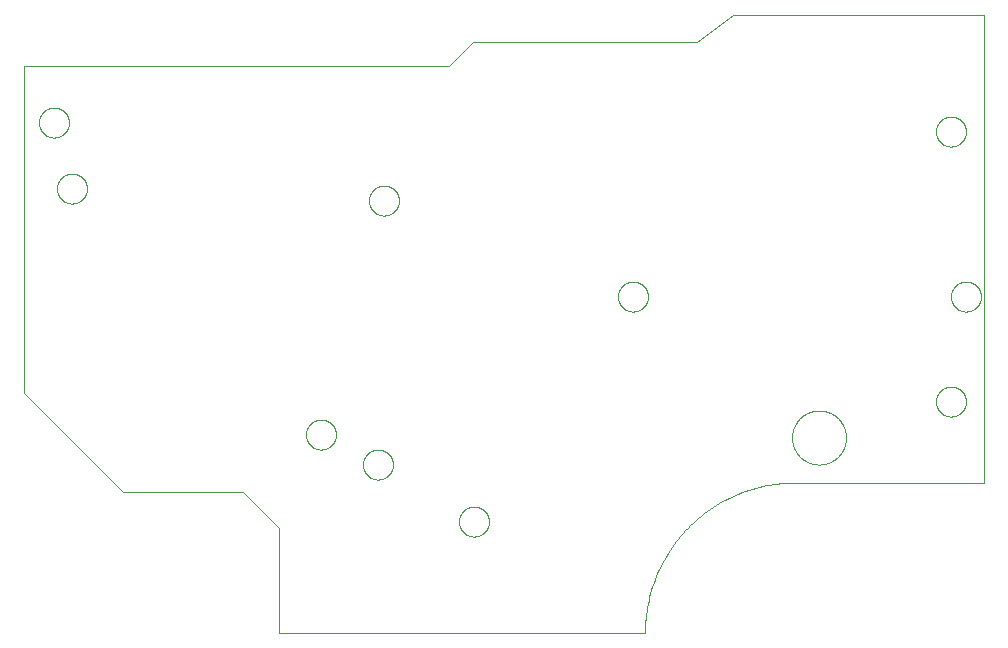
<source format=gko>
G75*
%MOIN*%
%OFA0B0*%
%FSLAX25Y25*%
%IPPOS*%
%LPD*%
%AMOC8*
5,1,8,0,0,1.08239X$1,22.5*
%
%ADD10C,0.00000*%
D10*
X0037824Y0050942D02*
X0077824Y0050942D01*
X0089824Y0038942D01*
X0089824Y0003942D01*
X0211824Y0003942D01*
X0211839Y0005150D01*
X0211882Y0006358D01*
X0211955Y0007564D01*
X0212057Y0008768D01*
X0212189Y0009969D01*
X0212349Y0011166D01*
X0212538Y0012360D01*
X0212755Y0013548D01*
X0213002Y0014731D01*
X0213277Y0015908D01*
X0213580Y0017077D01*
X0213912Y0018239D01*
X0214271Y0019393D01*
X0214658Y0020537D01*
X0215073Y0021672D01*
X0215515Y0022797D01*
X0215984Y0023910D01*
X0216480Y0025012D01*
X0217003Y0026102D01*
X0217551Y0027178D01*
X0218126Y0028241D01*
X0218726Y0029290D01*
X0219351Y0030324D01*
X0220000Y0031343D01*
X0220675Y0032345D01*
X0221373Y0033331D01*
X0222095Y0034300D01*
X0222840Y0035251D01*
X0223608Y0036184D01*
X0224398Y0037098D01*
X0225211Y0037993D01*
X0226044Y0038868D01*
X0226898Y0039722D01*
X0227773Y0040555D01*
X0228668Y0041368D01*
X0229582Y0042158D01*
X0230515Y0042926D01*
X0231466Y0043671D01*
X0232435Y0044393D01*
X0233421Y0045091D01*
X0234423Y0045766D01*
X0235442Y0046415D01*
X0236476Y0047040D01*
X0237525Y0047640D01*
X0238588Y0048215D01*
X0239664Y0048763D01*
X0240754Y0049286D01*
X0241856Y0049782D01*
X0242969Y0050251D01*
X0244094Y0050693D01*
X0245229Y0051108D01*
X0246373Y0051495D01*
X0247527Y0051854D01*
X0248689Y0052186D01*
X0249858Y0052489D01*
X0251035Y0052764D01*
X0252218Y0053011D01*
X0253406Y0053228D01*
X0254600Y0053417D01*
X0255797Y0053577D01*
X0256998Y0053709D01*
X0258202Y0053811D01*
X0259408Y0053884D01*
X0260616Y0053927D01*
X0261824Y0053942D01*
X0324824Y0053942D01*
X0324824Y0209690D01*
X0241044Y0209690D01*
X0229233Y0200793D01*
X0154430Y0200793D01*
X0146556Y0192919D01*
X0004824Y0192919D01*
X0004824Y0083942D01*
X0037824Y0050942D01*
X0098824Y0069942D02*
X0098826Y0070083D01*
X0098832Y0070224D01*
X0098842Y0070364D01*
X0098856Y0070504D01*
X0098874Y0070644D01*
X0098895Y0070783D01*
X0098921Y0070922D01*
X0098950Y0071060D01*
X0098984Y0071196D01*
X0099021Y0071332D01*
X0099062Y0071467D01*
X0099107Y0071601D01*
X0099156Y0071733D01*
X0099208Y0071864D01*
X0099264Y0071993D01*
X0099324Y0072120D01*
X0099387Y0072246D01*
X0099453Y0072370D01*
X0099524Y0072493D01*
X0099597Y0072613D01*
X0099674Y0072731D01*
X0099754Y0072847D01*
X0099838Y0072960D01*
X0099924Y0073071D01*
X0100014Y0073180D01*
X0100107Y0073286D01*
X0100202Y0073389D01*
X0100301Y0073490D01*
X0100402Y0073588D01*
X0100506Y0073683D01*
X0100613Y0073775D01*
X0100722Y0073864D01*
X0100834Y0073949D01*
X0100948Y0074032D01*
X0101064Y0074112D01*
X0101183Y0074188D01*
X0101304Y0074260D01*
X0101426Y0074330D01*
X0101551Y0074395D01*
X0101677Y0074458D01*
X0101805Y0074516D01*
X0101935Y0074571D01*
X0102066Y0074623D01*
X0102199Y0074670D01*
X0102333Y0074714D01*
X0102468Y0074755D01*
X0102604Y0074791D01*
X0102741Y0074823D01*
X0102879Y0074852D01*
X0103017Y0074877D01*
X0103157Y0074897D01*
X0103297Y0074914D01*
X0103437Y0074927D01*
X0103578Y0074936D01*
X0103718Y0074941D01*
X0103859Y0074942D01*
X0104000Y0074939D01*
X0104141Y0074932D01*
X0104281Y0074921D01*
X0104421Y0074906D01*
X0104561Y0074887D01*
X0104700Y0074865D01*
X0104838Y0074838D01*
X0104976Y0074808D01*
X0105112Y0074773D01*
X0105248Y0074735D01*
X0105382Y0074693D01*
X0105516Y0074647D01*
X0105648Y0074598D01*
X0105778Y0074544D01*
X0105907Y0074487D01*
X0106034Y0074427D01*
X0106160Y0074363D01*
X0106283Y0074295D01*
X0106405Y0074224D01*
X0106525Y0074150D01*
X0106642Y0074072D01*
X0106757Y0073991D01*
X0106870Y0073907D01*
X0106981Y0073820D01*
X0107089Y0073729D01*
X0107194Y0073636D01*
X0107297Y0073539D01*
X0107397Y0073440D01*
X0107494Y0073338D01*
X0107588Y0073233D01*
X0107679Y0073126D01*
X0107767Y0073016D01*
X0107852Y0072904D01*
X0107934Y0072789D01*
X0108013Y0072672D01*
X0108088Y0072553D01*
X0108160Y0072432D01*
X0108228Y0072309D01*
X0108293Y0072184D01*
X0108355Y0072057D01*
X0108412Y0071928D01*
X0108467Y0071798D01*
X0108517Y0071667D01*
X0108564Y0071534D01*
X0108607Y0071400D01*
X0108646Y0071264D01*
X0108681Y0071128D01*
X0108713Y0070991D01*
X0108740Y0070853D01*
X0108764Y0070714D01*
X0108784Y0070574D01*
X0108800Y0070434D01*
X0108812Y0070294D01*
X0108820Y0070153D01*
X0108824Y0070012D01*
X0108824Y0069872D01*
X0108820Y0069731D01*
X0108812Y0069590D01*
X0108800Y0069450D01*
X0108784Y0069310D01*
X0108764Y0069170D01*
X0108740Y0069031D01*
X0108713Y0068893D01*
X0108681Y0068756D01*
X0108646Y0068620D01*
X0108607Y0068484D01*
X0108564Y0068350D01*
X0108517Y0068217D01*
X0108467Y0068086D01*
X0108412Y0067956D01*
X0108355Y0067827D01*
X0108293Y0067700D01*
X0108228Y0067575D01*
X0108160Y0067452D01*
X0108088Y0067331D01*
X0108013Y0067212D01*
X0107934Y0067095D01*
X0107852Y0066980D01*
X0107767Y0066868D01*
X0107679Y0066758D01*
X0107588Y0066651D01*
X0107494Y0066546D01*
X0107397Y0066444D01*
X0107297Y0066345D01*
X0107194Y0066248D01*
X0107089Y0066155D01*
X0106981Y0066064D01*
X0106870Y0065977D01*
X0106757Y0065893D01*
X0106642Y0065812D01*
X0106525Y0065734D01*
X0106405Y0065660D01*
X0106283Y0065589D01*
X0106160Y0065521D01*
X0106034Y0065457D01*
X0105907Y0065397D01*
X0105778Y0065340D01*
X0105648Y0065286D01*
X0105516Y0065237D01*
X0105382Y0065191D01*
X0105248Y0065149D01*
X0105112Y0065111D01*
X0104976Y0065076D01*
X0104838Y0065046D01*
X0104700Y0065019D01*
X0104561Y0064997D01*
X0104421Y0064978D01*
X0104281Y0064963D01*
X0104141Y0064952D01*
X0104000Y0064945D01*
X0103859Y0064942D01*
X0103718Y0064943D01*
X0103578Y0064948D01*
X0103437Y0064957D01*
X0103297Y0064970D01*
X0103157Y0064987D01*
X0103017Y0065007D01*
X0102879Y0065032D01*
X0102741Y0065061D01*
X0102604Y0065093D01*
X0102468Y0065129D01*
X0102333Y0065170D01*
X0102199Y0065214D01*
X0102066Y0065261D01*
X0101935Y0065313D01*
X0101805Y0065368D01*
X0101677Y0065426D01*
X0101551Y0065489D01*
X0101426Y0065554D01*
X0101304Y0065624D01*
X0101183Y0065696D01*
X0101064Y0065772D01*
X0100948Y0065852D01*
X0100834Y0065935D01*
X0100722Y0066020D01*
X0100613Y0066109D01*
X0100506Y0066201D01*
X0100402Y0066296D01*
X0100301Y0066394D01*
X0100202Y0066495D01*
X0100107Y0066598D01*
X0100014Y0066704D01*
X0099924Y0066813D01*
X0099838Y0066924D01*
X0099754Y0067037D01*
X0099674Y0067153D01*
X0099597Y0067271D01*
X0099524Y0067391D01*
X0099453Y0067514D01*
X0099387Y0067638D01*
X0099324Y0067764D01*
X0099264Y0067891D01*
X0099208Y0068020D01*
X0099156Y0068151D01*
X0099107Y0068283D01*
X0099062Y0068417D01*
X0099021Y0068552D01*
X0098984Y0068688D01*
X0098950Y0068824D01*
X0098921Y0068962D01*
X0098895Y0069101D01*
X0098874Y0069240D01*
X0098856Y0069380D01*
X0098842Y0069520D01*
X0098832Y0069660D01*
X0098826Y0069801D01*
X0098824Y0069942D01*
X0117824Y0059942D02*
X0117826Y0060083D01*
X0117832Y0060224D01*
X0117842Y0060364D01*
X0117856Y0060504D01*
X0117874Y0060644D01*
X0117895Y0060783D01*
X0117921Y0060922D01*
X0117950Y0061060D01*
X0117984Y0061196D01*
X0118021Y0061332D01*
X0118062Y0061467D01*
X0118107Y0061601D01*
X0118156Y0061733D01*
X0118208Y0061864D01*
X0118264Y0061993D01*
X0118324Y0062120D01*
X0118387Y0062246D01*
X0118453Y0062370D01*
X0118524Y0062493D01*
X0118597Y0062613D01*
X0118674Y0062731D01*
X0118754Y0062847D01*
X0118838Y0062960D01*
X0118924Y0063071D01*
X0119014Y0063180D01*
X0119107Y0063286D01*
X0119202Y0063389D01*
X0119301Y0063490D01*
X0119402Y0063588D01*
X0119506Y0063683D01*
X0119613Y0063775D01*
X0119722Y0063864D01*
X0119834Y0063949D01*
X0119948Y0064032D01*
X0120064Y0064112D01*
X0120183Y0064188D01*
X0120304Y0064260D01*
X0120426Y0064330D01*
X0120551Y0064395D01*
X0120677Y0064458D01*
X0120805Y0064516D01*
X0120935Y0064571D01*
X0121066Y0064623D01*
X0121199Y0064670D01*
X0121333Y0064714D01*
X0121468Y0064755D01*
X0121604Y0064791D01*
X0121741Y0064823D01*
X0121879Y0064852D01*
X0122017Y0064877D01*
X0122157Y0064897D01*
X0122297Y0064914D01*
X0122437Y0064927D01*
X0122578Y0064936D01*
X0122718Y0064941D01*
X0122859Y0064942D01*
X0123000Y0064939D01*
X0123141Y0064932D01*
X0123281Y0064921D01*
X0123421Y0064906D01*
X0123561Y0064887D01*
X0123700Y0064865D01*
X0123838Y0064838D01*
X0123976Y0064808D01*
X0124112Y0064773D01*
X0124248Y0064735D01*
X0124382Y0064693D01*
X0124516Y0064647D01*
X0124648Y0064598D01*
X0124778Y0064544D01*
X0124907Y0064487D01*
X0125034Y0064427D01*
X0125160Y0064363D01*
X0125283Y0064295D01*
X0125405Y0064224D01*
X0125525Y0064150D01*
X0125642Y0064072D01*
X0125757Y0063991D01*
X0125870Y0063907D01*
X0125981Y0063820D01*
X0126089Y0063729D01*
X0126194Y0063636D01*
X0126297Y0063539D01*
X0126397Y0063440D01*
X0126494Y0063338D01*
X0126588Y0063233D01*
X0126679Y0063126D01*
X0126767Y0063016D01*
X0126852Y0062904D01*
X0126934Y0062789D01*
X0127013Y0062672D01*
X0127088Y0062553D01*
X0127160Y0062432D01*
X0127228Y0062309D01*
X0127293Y0062184D01*
X0127355Y0062057D01*
X0127412Y0061928D01*
X0127467Y0061798D01*
X0127517Y0061667D01*
X0127564Y0061534D01*
X0127607Y0061400D01*
X0127646Y0061264D01*
X0127681Y0061128D01*
X0127713Y0060991D01*
X0127740Y0060853D01*
X0127764Y0060714D01*
X0127784Y0060574D01*
X0127800Y0060434D01*
X0127812Y0060294D01*
X0127820Y0060153D01*
X0127824Y0060012D01*
X0127824Y0059872D01*
X0127820Y0059731D01*
X0127812Y0059590D01*
X0127800Y0059450D01*
X0127784Y0059310D01*
X0127764Y0059170D01*
X0127740Y0059031D01*
X0127713Y0058893D01*
X0127681Y0058756D01*
X0127646Y0058620D01*
X0127607Y0058484D01*
X0127564Y0058350D01*
X0127517Y0058217D01*
X0127467Y0058086D01*
X0127412Y0057956D01*
X0127355Y0057827D01*
X0127293Y0057700D01*
X0127228Y0057575D01*
X0127160Y0057452D01*
X0127088Y0057331D01*
X0127013Y0057212D01*
X0126934Y0057095D01*
X0126852Y0056980D01*
X0126767Y0056868D01*
X0126679Y0056758D01*
X0126588Y0056651D01*
X0126494Y0056546D01*
X0126397Y0056444D01*
X0126297Y0056345D01*
X0126194Y0056248D01*
X0126089Y0056155D01*
X0125981Y0056064D01*
X0125870Y0055977D01*
X0125757Y0055893D01*
X0125642Y0055812D01*
X0125525Y0055734D01*
X0125405Y0055660D01*
X0125283Y0055589D01*
X0125160Y0055521D01*
X0125034Y0055457D01*
X0124907Y0055397D01*
X0124778Y0055340D01*
X0124648Y0055286D01*
X0124516Y0055237D01*
X0124382Y0055191D01*
X0124248Y0055149D01*
X0124112Y0055111D01*
X0123976Y0055076D01*
X0123838Y0055046D01*
X0123700Y0055019D01*
X0123561Y0054997D01*
X0123421Y0054978D01*
X0123281Y0054963D01*
X0123141Y0054952D01*
X0123000Y0054945D01*
X0122859Y0054942D01*
X0122718Y0054943D01*
X0122578Y0054948D01*
X0122437Y0054957D01*
X0122297Y0054970D01*
X0122157Y0054987D01*
X0122017Y0055007D01*
X0121879Y0055032D01*
X0121741Y0055061D01*
X0121604Y0055093D01*
X0121468Y0055129D01*
X0121333Y0055170D01*
X0121199Y0055214D01*
X0121066Y0055261D01*
X0120935Y0055313D01*
X0120805Y0055368D01*
X0120677Y0055426D01*
X0120551Y0055489D01*
X0120426Y0055554D01*
X0120304Y0055624D01*
X0120183Y0055696D01*
X0120064Y0055772D01*
X0119948Y0055852D01*
X0119834Y0055935D01*
X0119722Y0056020D01*
X0119613Y0056109D01*
X0119506Y0056201D01*
X0119402Y0056296D01*
X0119301Y0056394D01*
X0119202Y0056495D01*
X0119107Y0056598D01*
X0119014Y0056704D01*
X0118924Y0056813D01*
X0118838Y0056924D01*
X0118754Y0057037D01*
X0118674Y0057153D01*
X0118597Y0057271D01*
X0118524Y0057391D01*
X0118453Y0057514D01*
X0118387Y0057638D01*
X0118324Y0057764D01*
X0118264Y0057891D01*
X0118208Y0058020D01*
X0118156Y0058151D01*
X0118107Y0058283D01*
X0118062Y0058417D01*
X0118021Y0058552D01*
X0117984Y0058688D01*
X0117950Y0058824D01*
X0117921Y0058962D01*
X0117895Y0059101D01*
X0117874Y0059240D01*
X0117856Y0059380D01*
X0117842Y0059520D01*
X0117832Y0059660D01*
X0117826Y0059801D01*
X0117824Y0059942D01*
X0149824Y0040942D02*
X0149826Y0041083D01*
X0149832Y0041224D01*
X0149842Y0041364D01*
X0149856Y0041504D01*
X0149874Y0041644D01*
X0149895Y0041783D01*
X0149921Y0041922D01*
X0149950Y0042060D01*
X0149984Y0042196D01*
X0150021Y0042332D01*
X0150062Y0042467D01*
X0150107Y0042601D01*
X0150156Y0042733D01*
X0150208Y0042864D01*
X0150264Y0042993D01*
X0150324Y0043120D01*
X0150387Y0043246D01*
X0150453Y0043370D01*
X0150524Y0043493D01*
X0150597Y0043613D01*
X0150674Y0043731D01*
X0150754Y0043847D01*
X0150838Y0043960D01*
X0150924Y0044071D01*
X0151014Y0044180D01*
X0151107Y0044286D01*
X0151202Y0044389D01*
X0151301Y0044490D01*
X0151402Y0044588D01*
X0151506Y0044683D01*
X0151613Y0044775D01*
X0151722Y0044864D01*
X0151834Y0044949D01*
X0151948Y0045032D01*
X0152064Y0045112D01*
X0152183Y0045188D01*
X0152304Y0045260D01*
X0152426Y0045330D01*
X0152551Y0045395D01*
X0152677Y0045458D01*
X0152805Y0045516D01*
X0152935Y0045571D01*
X0153066Y0045623D01*
X0153199Y0045670D01*
X0153333Y0045714D01*
X0153468Y0045755D01*
X0153604Y0045791D01*
X0153741Y0045823D01*
X0153879Y0045852D01*
X0154017Y0045877D01*
X0154157Y0045897D01*
X0154297Y0045914D01*
X0154437Y0045927D01*
X0154578Y0045936D01*
X0154718Y0045941D01*
X0154859Y0045942D01*
X0155000Y0045939D01*
X0155141Y0045932D01*
X0155281Y0045921D01*
X0155421Y0045906D01*
X0155561Y0045887D01*
X0155700Y0045865D01*
X0155838Y0045838D01*
X0155976Y0045808D01*
X0156112Y0045773D01*
X0156248Y0045735D01*
X0156382Y0045693D01*
X0156516Y0045647D01*
X0156648Y0045598D01*
X0156778Y0045544D01*
X0156907Y0045487D01*
X0157034Y0045427D01*
X0157160Y0045363D01*
X0157283Y0045295D01*
X0157405Y0045224D01*
X0157525Y0045150D01*
X0157642Y0045072D01*
X0157757Y0044991D01*
X0157870Y0044907D01*
X0157981Y0044820D01*
X0158089Y0044729D01*
X0158194Y0044636D01*
X0158297Y0044539D01*
X0158397Y0044440D01*
X0158494Y0044338D01*
X0158588Y0044233D01*
X0158679Y0044126D01*
X0158767Y0044016D01*
X0158852Y0043904D01*
X0158934Y0043789D01*
X0159013Y0043672D01*
X0159088Y0043553D01*
X0159160Y0043432D01*
X0159228Y0043309D01*
X0159293Y0043184D01*
X0159355Y0043057D01*
X0159412Y0042928D01*
X0159467Y0042798D01*
X0159517Y0042667D01*
X0159564Y0042534D01*
X0159607Y0042400D01*
X0159646Y0042264D01*
X0159681Y0042128D01*
X0159713Y0041991D01*
X0159740Y0041853D01*
X0159764Y0041714D01*
X0159784Y0041574D01*
X0159800Y0041434D01*
X0159812Y0041294D01*
X0159820Y0041153D01*
X0159824Y0041012D01*
X0159824Y0040872D01*
X0159820Y0040731D01*
X0159812Y0040590D01*
X0159800Y0040450D01*
X0159784Y0040310D01*
X0159764Y0040170D01*
X0159740Y0040031D01*
X0159713Y0039893D01*
X0159681Y0039756D01*
X0159646Y0039620D01*
X0159607Y0039484D01*
X0159564Y0039350D01*
X0159517Y0039217D01*
X0159467Y0039086D01*
X0159412Y0038956D01*
X0159355Y0038827D01*
X0159293Y0038700D01*
X0159228Y0038575D01*
X0159160Y0038452D01*
X0159088Y0038331D01*
X0159013Y0038212D01*
X0158934Y0038095D01*
X0158852Y0037980D01*
X0158767Y0037868D01*
X0158679Y0037758D01*
X0158588Y0037651D01*
X0158494Y0037546D01*
X0158397Y0037444D01*
X0158297Y0037345D01*
X0158194Y0037248D01*
X0158089Y0037155D01*
X0157981Y0037064D01*
X0157870Y0036977D01*
X0157757Y0036893D01*
X0157642Y0036812D01*
X0157525Y0036734D01*
X0157405Y0036660D01*
X0157283Y0036589D01*
X0157160Y0036521D01*
X0157034Y0036457D01*
X0156907Y0036397D01*
X0156778Y0036340D01*
X0156648Y0036286D01*
X0156516Y0036237D01*
X0156382Y0036191D01*
X0156248Y0036149D01*
X0156112Y0036111D01*
X0155976Y0036076D01*
X0155838Y0036046D01*
X0155700Y0036019D01*
X0155561Y0035997D01*
X0155421Y0035978D01*
X0155281Y0035963D01*
X0155141Y0035952D01*
X0155000Y0035945D01*
X0154859Y0035942D01*
X0154718Y0035943D01*
X0154578Y0035948D01*
X0154437Y0035957D01*
X0154297Y0035970D01*
X0154157Y0035987D01*
X0154017Y0036007D01*
X0153879Y0036032D01*
X0153741Y0036061D01*
X0153604Y0036093D01*
X0153468Y0036129D01*
X0153333Y0036170D01*
X0153199Y0036214D01*
X0153066Y0036261D01*
X0152935Y0036313D01*
X0152805Y0036368D01*
X0152677Y0036426D01*
X0152551Y0036489D01*
X0152426Y0036554D01*
X0152304Y0036624D01*
X0152183Y0036696D01*
X0152064Y0036772D01*
X0151948Y0036852D01*
X0151834Y0036935D01*
X0151722Y0037020D01*
X0151613Y0037109D01*
X0151506Y0037201D01*
X0151402Y0037296D01*
X0151301Y0037394D01*
X0151202Y0037495D01*
X0151107Y0037598D01*
X0151014Y0037704D01*
X0150924Y0037813D01*
X0150838Y0037924D01*
X0150754Y0038037D01*
X0150674Y0038153D01*
X0150597Y0038271D01*
X0150524Y0038391D01*
X0150453Y0038514D01*
X0150387Y0038638D01*
X0150324Y0038764D01*
X0150264Y0038891D01*
X0150208Y0039020D01*
X0150156Y0039151D01*
X0150107Y0039283D01*
X0150062Y0039417D01*
X0150021Y0039552D01*
X0149984Y0039688D01*
X0149950Y0039824D01*
X0149921Y0039962D01*
X0149895Y0040101D01*
X0149874Y0040240D01*
X0149856Y0040380D01*
X0149842Y0040520D01*
X0149832Y0040660D01*
X0149826Y0040801D01*
X0149824Y0040942D01*
X0202824Y0115942D02*
X0202826Y0116083D01*
X0202832Y0116224D01*
X0202842Y0116364D01*
X0202856Y0116504D01*
X0202874Y0116644D01*
X0202895Y0116783D01*
X0202921Y0116922D01*
X0202950Y0117060D01*
X0202984Y0117196D01*
X0203021Y0117332D01*
X0203062Y0117467D01*
X0203107Y0117601D01*
X0203156Y0117733D01*
X0203208Y0117864D01*
X0203264Y0117993D01*
X0203324Y0118120D01*
X0203387Y0118246D01*
X0203453Y0118370D01*
X0203524Y0118493D01*
X0203597Y0118613D01*
X0203674Y0118731D01*
X0203754Y0118847D01*
X0203838Y0118960D01*
X0203924Y0119071D01*
X0204014Y0119180D01*
X0204107Y0119286D01*
X0204202Y0119389D01*
X0204301Y0119490D01*
X0204402Y0119588D01*
X0204506Y0119683D01*
X0204613Y0119775D01*
X0204722Y0119864D01*
X0204834Y0119949D01*
X0204948Y0120032D01*
X0205064Y0120112D01*
X0205183Y0120188D01*
X0205304Y0120260D01*
X0205426Y0120330D01*
X0205551Y0120395D01*
X0205677Y0120458D01*
X0205805Y0120516D01*
X0205935Y0120571D01*
X0206066Y0120623D01*
X0206199Y0120670D01*
X0206333Y0120714D01*
X0206468Y0120755D01*
X0206604Y0120791D01*
X0206741Y0120823D01*
X0206879Y0120852D01*
X0207017Y0120877D01*
X0207157Y0120897D01*
X0207297Y0120914D01*
X0207437Y0120927D01*
X0207578Y0120936D01*
X0207718Y0120941D01*
X0207859Y0120942D01*
X0208000Y0120939D01*
X0208141Y0120932D01*
X0208281Y0120921D01*
X0208421Y0120906D01*
X0208561Y0120887D01*
X0208700Y0120865D01*
X0208838Y0120838D01*
X0208976Y0120808D01*
X0209112Y0120773D01*
X0209248Y0120735D01*
X0209382Y0120693D01*
X0209516Y0120647D01*
X0209648Y0120598D01*
X0209778Y0120544D01*
X0209907Y0120487D01*
X0210034Y0120427D01*
X0210160Y0120363D01*
X0210283Y0120295D01*
X0210405Y0120224D01*
X0210525Y0120150D01*
X0210642Y0120072D01*
X0210757Y0119991D01*
X0210870Y0119907D01*
X0210981Y0119820D01*
X0211089Y0119729D01*
X0211194Y0119636D01*
X0211297Y0119539D01*
X0211397Y0119440D01*
X0211494Y0119338D01*
X0211588Y0119233D01*
X0211679Y0119126D01*
X0211767Y0119016D01*
X0211852Y0118904D01*
X0211934Y0118789D01*
X0212013Y0118672D01*
X0212088Y0118553D01*
X0212160Y0118432D01*
X0212228Y0118309D01*
X0212293Y0118184D01*
X0212355Y0118057D01*
X0212412Y0117928D01*
X0212467Y0117798D01*
X0212517Y0117667D01*
X0212564Y0117534D01*
X0212607Y0117400D01*
X0212646Y0117264D01*
X0212681Y0117128D01*
X0212713Y0116991D01*
X0212740Y0116853D01*
X0212764Y0116714D01*
X0212784Y0116574D01*
X0212800Y0116434D01*
X0212812Y0116294D01*
X0212820Y0116153D01*
X0212824Y0116012D01*
X0212824Y0115872D01*
X0212820Y0115731D01*
X0212812Y0115590D01*
X0212800Y0115450D01*
X0212784Y0115310D01*
X0212764Y0115170D01*
X0212740Y0115031D01*
X0212713Y0114893D01*
X0212681Y0114756D01*
X0212646Y0114620D01*
X0212607Y0114484D01*
X0212564Y0114350D01*
X0212517Y0114217D01*
X0212467Y0114086D01*
X0212412Y0113956D01*
X0212355Y0113827D01*
X0212293Y0113700D01*
X0212228Y0113575D01*
X0212160Y0113452D01*
X0212088Y0113331D01*
X0212013Y0113212D01*
X0211934Y0113095D01*
X0211852Y0112980D01*
X0211767Y0112868D01*
X0211679Y0112758D01*
X0211588Y0112651D01*
X0211494Y0112546D01*
X0211397Y0112444D01*
X0211297Y0112345D01*
X0211194Y0112248D01*
X0211089Y0112155D01*
X0210981Y0112064D01*
X0210870Y0111977D01*
X0210757Y0111893D01*
X0210642Y0111812D01*
X0210525Y0111734D01*
X0210405Y0111660D01*
X0210283Y0111589D01*
X0210160Y0111521D01*
X0210034Y0111457D01*
X0209907Y0111397D01*
X0209778Y0111340D01*
X0209648Y0111286D01*
X0209516Y0111237D01*
X0209382Y0111191D01*
X0209248Y0111149D01*
X0209112Y0111111D01*
X0208976Y0111076D01*
X0208838Y0111046D01*
X0208700Y0111019D01*
X0208561Y0110997D01*
X0208421Y0110978D01*
X0208281Y0110963D01*
X0208141Y0110952D01*
X0208000Y0110945D01*
X0207859Y0110942D01*
X0207718Y0110943D01*
X0207578Y0110948D01*
X0207437Y0110957D01*
X0207297Y0110970D01*
X0207157Y0110987D01*
X0207017Y0111007D01*
X0206879Y0111032D01*
X0206741Y0111061D01*
X0206604Y0111093D01*
X0206468Y0111129D01*
X0206333Y0111170D01*
X0206199Y0111214D01*
X0206066Y0111261D01*
X0205935Y0111313D01*
X0205805Y0111368D01*
X0205677Y0111426D01*
X0205551Y0111489D01*
X0205426Y0111554D01*
X0205304Y0111624D01*
X0205183Y0111696D01*
X0205064Y0111772D01*
X0204948Y0111852D01*
X0204834Y0111935D01*
X0204722Y0112020D01*
X0204613Y0112109D01*
X0204506Y0112201D01*
X0204402Y0112296D01*
X0204301Y0112394D01*
X0204202Y0112495D01*
X0204107Y0112598D01*
X0204014Y0112704D01*
X0203924Y0112813D01*
X0203838Y0112924D01*
X0203754Y0113037D01*
X0203674Y0113153D01*
X0203597Y0113271D01*
X0203524Y0113391D01*
X0203453Y0113514D01*
X0203387Y0113638D01*
X0203324Y0113764D01*
X0203264Y0113891D01*
X0203208Y0114020D01*
X0203156Y0114151D01*
X0203107Y0114283D01*
X0203062Y0114417D01*
X0203021Y0114552D01*
X0202984Y0114688D01*
X0202950Y0114824D01*
X0202921Y0114962D01*
X0202895Y0115101D01*
X0202874Y0115240D01*
X0202856Y0115380D01*
X0202842Y0115520D01*
X0202832Y0115660D01*
X0202826Y0115801D01*
X0202824Y0115942D01*
X0260824Y0068942D02*
X0260827Y0069163D01*
X0260835Y0069384D01*
X0260848Y0069604D01*
X0260867Y0069824D01*
X0260892Y0070044D01*
X0260921Y0070263D01*
X0260957Y0070481D01*
X0260997Y0070698D01*
X0261043Y0070914D01*
X0261094Y0071129D01*
X0261150Y0071342D01*
X0261212Y0071555D01*
X0261278Y0071765D01*
X0261350Y0071974D01*
X0261427Y0072181D01*
X0261509Y0072386D01*
X0261596Y0072589D01*
X0261688Y0072790D01*
X0261785Y0072989D01*
X0261887Y0073185D01*
X0261993Y0073378D01*
X0262104Y0073569D01*
X0262220Y0073757D01*
X0262341Y0073942D01*
X0262466Y0074124D01*
X0262595Y0074303D01*
X0262729Y0074479D01*
X0262867Y0074652D01*
X0263009Y0074821D01*
X0263155Y0074986D01*
X0263306Y0075148D01*
X0263460Y0075306D01*
X0263618Y0075460D01*
X0263780Y0075611D01*
X0263945Y0075757D01*
X0264114Y0075899D01*
X0264287Y0076037D01*
X0264463Y0076171D01*
X0264642Y0076300D01*
X0264824Y0076425D01*
X0265009Y0076546D01*
X0265197Y0076662D01*
X0265388Y0076773D01*
X0265581Y0076879D01*
X0265777Y0076981D01*
X0265976Y0077078D01*
X0266177Y0077170D01*
X0266380Y0077257D01*
X0266585Y0077339D01*
X0266792Y0077416D01*
X0267001Y0077488D01*
X0267211Y0077554D01*
X0267424Y0077616D01*
X0267637Y0077672D01*
X0267852Y0077723D01*
X0268068Y0077769D01*
X0268285Y0077809D01*
X0268503Y0077845D01*
X0268722Y0077874D01*
X0268942Y0077899D01*
X0269162Y0077918D01*
X0269382Y0077931D01*
X0269603Y0077939D01*
X0269824Y0077942D01*
X0270045Y0077939D01*
X0270266Y0077931D01*
X0270486Y0077918D01*
X0270706Y0077899D01*
X0270926Y0077874D01*
X0271145Y0077845D01*
X0271363Y0077809D01*
X0271580Y0077769D01*
X0271796Y0077723D01*
X0272011Y0077672D01*
X0272224Y0077616D01*
X0272437Y0077554D01*
X0272647Y0077488D01*
X0272856Y0077416D01*
X0273063Y0077339D01*
X0273268Y0077257D01*
X0273471Y0077170D01*
X0273672Y0077078D01*
X0273871Y0076981D01*
X0274067Y0076879D01*
X0274260Y0076773D01*
X0274451Y0076662D01*
X0274639Y0076546D01*
X0274824Y0076425D01*
X0275006Y0076300D01*
X0275185Y0076171D01*
X0275361Y0076037D01*
X0275534Y0075899D01*
X0275703Y0075757D01*
X0275868Y0075611D01*
X0276030Y0075460D01*
X0276188Y0075306D01*
X0276342Y0075148D01*
X0276493Y0074986D01*
X0276639Y0074821D01*
X0276781Y0074652D01*
X0276919Y0074479D01*
X0277053Y0074303D01*
X0277182Y0074124D01*
X0277307Y0073942D01*
X0277428Y0073757D01*
X0277544Y0073569D01*
X0277655Y0073378D01*
X0277761Y0073185D01*
X0277863Y0072989D01*
X0277960Y0072790D01*
X0278052Y0072589D01*
X0278139Y0072386D01*
X0278221Y0072181D01*
X0278298Y0071974D01*
X0278370Y0071765D01*
X0278436Y0071555D01*
X0278498Y0071342D01*
X0278554Y0071129D01*
X0278605Y0070914D01*
X0278651Y0070698D01*
X0278691Y0070481D01*
X0278727Y0070263D01*
X0278756Y0070044D01*
X0278781Y0069824D01*
X0278800Y0069604D01*
X0278813Y0069384D01*
X0278821Y0069163D01*
X0278824Y0068942D01*
X0278821Y0068721D01*
X0278813Y0068500D01*
X0278800Y0068280D01*
X0278781Y0068060D01*
X0278756Y0067840D01*
X0278727Y0067621D01*
X0278691Y0067403D01*
X0278651Y0067186D01*
X0278605Y0066970D01*
X0278554Y0066755D01*
X0278498Y0066542D01*
X0278436Y0066329D01*
X0278370Y0066119D01*
X0278298Y0065910D01*
X0278221Y0065703D01*
X0278139Y0065498D01*
X0278052Y0065295D01*
X0277960Y0065094D01*
X0277863Y0064895D01*
X0277761Y0064699D01*
X0277655Y0064506D01*
X0277544Y0064315D01*
X0277428Y0064127D01*
X0277307Y0063942D01*
X0277182Y0063760D01*
X0277053Y0063581D01*
X0276919Y0063405D01*
X0276781Y0063232D01*
X0276639Y0063063D01*
X0276493Y0062898D01*
X0276342Y0062736D01*
X0276188Y0062578D01*
X0276030Y0062424D01*
X0275868Y0062273D01*
X0275703Y0062127D01*
X0275534Y0061985D01*
X0275361Y0061847D01*
X0275185Y0061713D01*
X0275006Y0061584D01*
X0274824Y0061459D01*
X0274639Y0061338D01*
X0274451Y0061222D01*
X0274260Y0061111D01*
X0274067Y0061005D01*
X0273871Y0060903D01*
X0273672Y0060806D01*
X0273471Y0060714D01*
X0273268Y0060627D01*
X0273063Y0060545D01*
X0272856Y0060468D01*
X0272647Y0060396D01*
X0272437Y0060330D01*
X0272224Y0060268D01*
X0272011Y0060212D01*
X0271796Y0060161D01*
X0271580Y0060115D01*
X0271363Y0060075D01*
X0271145Y0060039D01*
X0270926Y0060010D01*
X0270706Y0059985D01*
X0270486Y0059966D01*
X0270266Y0059953D01*
X0270045Y0059945D01*
X0269824Y0059942D01*
X0269603Y0059945D01*
X0269382Y0059953D01*
X0269162Y0059966D01*
X0268942Y0059985D01*
X0268722Y0060010D01*
X0268503Y0060039D01*
X0268285Y0060075D01*
X0268068Y0060115D01*
X0267852Y0060161D01*
X0267637Y0060212D01*
X0267424Y0060268D01*
X0267211Y0060330D01*
X0267001Y0060396D01*
X0266792Y0060468D01*
X0266585Y0060545D01*
X0266380Y0060627D01*
X0266177Y0060714D01*
X0265976Y0060806D01*
X0265777Y0060903D01*
X0265581Y0061005D01*
X0265388Y0061111D01*
X0265197Y0061222D01*
X0265009Y0061338D01*
X0264824Y0061459D01*
X0264642Y0061584D01*
X0264463Y0061713D01*
X0264287Y0061847D01*
X0264114Y0061985D01*
X0263945Y0062127D01*
X0263780Y0062273D01*
X0263618Y0062424D01*
X0263460Y0062578D01*
X0263306Y0062736D01*
X0263155Y0062898D01*
X0263009Y0063063D01*
X0262867Y0063232D01*
X0262729Y0063405D01*
X0262595Y0063581D01*
X0262466Y0063760D01*
X0262341Y0063942D01*
X0262220Y0064127D01*
X0262104Y0064315D01*
X0261993Y0064506D01*
X0261887Y0064699D01*
X0261785Y0064895D01*
X0261688Y0065094D01*
X0261596Y0065295D01*
X0261509Y0065498D01*
X0261427Y0065703D01*
X0261350Y0065910D01*
X0261278Y0066119D01*
X0261212Y0066329D01*
X0261150Y0066542D01*
X0261094Y0066755D01*
X0261043Y0066970D01*
X0260997Y0067186D01*
X0260957Y0067403D01*
X0260921Y0067621D01*
X0260892Y0067840D01*
X0260867Y0068060D01*
X0260848Y0068280D01*
X0260835Y0068500D01*
X0260827Y0068721D01*
X0260824Y0068942D01*
X0308824Y0080942D02*
X0308826Y0081083D01*
X0308832Y0081224D01*
X0308842Y0081364D01*
X0308856Y0081504D01*
X0308874Y0081644D01*
X0308895Y0081783D01*
X0308921Y0081922D01*
X0308950Y0082060D01*
X0308984Y0082196D01*
X0309021Y0082332D01*
X0309062Y0082467D01*
X0309107Y0082601D01*
X0309156Y0082733D01*
X0309208Y0082864D01*
X0309264Y0082993D01*
X0309324Y0083120D01*
X0309387Y0083246D01*
X0309453Y0083370D01*
X0309524Y0083493D01*
X0309597Y0083613D01*
X0309674Y0083731D01*
X0309754Y0083847D01*
X0309838Y0083960D01*
X0309924Y0084071D01*
X0310014Y0084180D01*
X0310107Y0084286D01*
X0310202Y0084389D01*
X0310301Y0084490D01*
X0310402Y0084588D01*
X0310506Y0084683D01*
X0310613Y0084775D01*
X0310722Y0084864D01*
X0310834Y0084949D01*
X0310948Y0085032D01*
X0311064Y0085112D01*
X0311183Y0085188D01*
X0311304Y0085260D01*
X0311426Y0085330D01*
X0311551Y0085395D01*
X0311677Y0085458D01*
X0311805Y0085516D01*
X0311935Y0085571D01*
X0312066Y0085623D01*
X0312199Y0085670D01*
X0312333Y0085714D01*
X0312468Y0085755D01*
X0312604Y0085791D01*
X0312741Y0085823D01*
X0312879Y0085852D01*
X0313017Y0085877D01*
X0313157Y0085897D01*
X0313297Y0085914D01*
X0313437Y0085927D01*
X0313578Y0085936D01*
X0313718Y0085941D01*
X0313859Y0085942D01*
X0314000Y0085939D01*
X0314141Y0085932D01*
X0314281Y0085921D01*
X0314421Y0085906D01*
X0314561Y0085887D01*
X0314700Y0085865D01*
X0314838Y0085838D01*
X0314976Y0085808D01*
X0315112Y0085773D01*
X0315248Y0085735D01*
X0315382Y0085693D01*
X0315516Y0085647D01*
X0315648Y0085598D01*
X0315778Y0085544D01*
X0315907Y0085487D01*
X0316034Y0085427D01*
X0316160Y0085363D01*
X0316283Y0085295D01*
X0316405Y0085224D01*
X0316525Y0085150D01*
X0316642Y0085072D01*
X0316757Y0084991D01*
X0316870Y0084907D01*
X0316981Y0084820D01*
X0317089Y0084729D01*
X0317194Y0084636D01*
X0317297Y0084539D01*
X0317397Y0084440D01*
X0317494Y0084338D01*
X0317588Y0084233D01*
X0317679Y0084126D01*
X0317767Y0084016D01*
X0317852Y0083904D01*
X0317934Y0083789D01*
X0318013Y0083672D01*
X0318088Y0083553D01*
X0318160Y0083432D01*
X0318228Y0083309D01*
X0318293Y0083184D01*
X0318355Y0083057D01*
X0318412Y0082928D01*
X0318467Y0082798D01*
X0318517Y0082667D01*
X0318564Y0082534D01*
X0318607Y0082400D01*
X0318646Y0082264D01*
X0318681Y0082128D01*
X0318713Y0081991D01*
X0318740Y0081853D01*
X0318764Y0081714D01*
X0318784Y0081574D01*
X0318800Y0081434D01*
X0318812Y0081294D01*
X0318820Y0081153D01*
X0318824Y0081012D01*
X0318824Y0080872D01*
X0318820Y0080731D01*
X0318812Y0080590D01*
X0318800Y0080450D01*
X0318784Y0080310D01*
X0318764Y0080170D01*
X0318740Y0080031D01*
X0318713Y0079893D01*
X0318681Y0079756D01*
X0318646Y0079620D01*
X0318607Y0079484D01*
X0318564Y0079350D01*
X0318517Y0079217D01*
X0318467Y0079086D01*
X0318412Y0078956D01*
X0318355Y0078827D01*
X0318293Y0078700D01*
X0318228Y0078575D01*
X0318160Y0078452D01*
X0318088Y0078331D01*
X0318013Y0078212D01*
X0317934Y0078095D01*
X0317852Y0077980D01*
X0317767Y0077868D01*
X0317679Y0077758D01*
X0317588Y0077651D01*
X0317494Y0077546D01*
X0317397Y0077444D01*
X0317297Y0077345D01*
X0317194Y0077248D01*
X0317089Y0077155D01*
X0316981Y0077064D01*
X0316870Y0076977D01*
X0316757Y0076893D01*
X0316642Y0076812D01*
X0316525Y0076734D01*
X0316405Y0076660D01*
X0316283Y0076589D01*
X0316160Y0076521D01*
X0316034Y0076457D01*
X0315907Y0076397D01*
X0315778Y0076340D01*
X0315648Y0076286D01*
X0315516Y0076237D01*
X0315382Y0076191D01*
X0315248Y0076149D01*
X0315112Y0076111D01*
X0314976Y0076076D01*
X0314838Y0076046D01*
X0314700Y0076019D01*
X0314561Y0075997D01*
X0314421Y0075978D01*
X0314281Y0075963D01*
X0314141Y0075952D01*
X0314000Y0075945D01*
X0313859Y0075942D01*
X0313718Y0075943D01*
X0313578Y0075948D01*
X0313437Y0075957D01*
X0313297Y0075970D01*
X0313157Y0075987D01*
X0313017Y0076007D01*
X0312879Y0076032D01*
X0312741Y0076061D01*
X0312604Y0076093D01*
X0312468Y0076129D01*
X0312333Y0076170D01*
X0312199Y0076214D01*
X0312066Y0076261D01*
X0311935Y0076313D01*
X0311805Y0076368D01*
X0311677Y0076426D01*
X0311551Y0076489D01*
X0311426Y0076554D01*
X0311304Y0076624D01*
X0311183Y0076696D01*
X0311064Y0076772D01*
X0310948Y0076852D01*
X0310834Y0076935D01*
X0310722Y0077020D01*
X0310613Y0077109D01*
X0310506Y0077201D01*
X0310402Y0077296D01*
X0310301Y0077394D01*
X0310202Y0077495D01*
X0310107Y0077598D01*
X0310014Y0077704D01*
X0309924Y0077813D01*
X0309838Y0077924D01*
X0309754Y0078037D01*
X0309674Y0078153D01*
X0309597Y0078271D01*
X0309524Y0078391D01*
X0309453Y0078514D01*
X0309387Y0078638D01*
X0309324Y0078764D01*
X0309264Y0078891D01*
X0309208Y0079020D01*
X0309156Y0079151D01*
X0309107Y0079283D01*
X0309062Y0079417D01*
X0309021Y0079552D01*
X0308984Y0079688D01*
X0308950Y0079824D01*
X0308921Y0079962D01*
X0308895Y0080101D01*
X0308874Y0080240D01*
X0308856Y0080380D01*
X0308842Y0080520D01*
X0308832Y0080660D01*
X0308826Y0080801D01*
X0308824Y0080942D01*
X0313824Y0115942D02*
X0313826Y0116083D01*
X0313832Y0116224D01*
X0313842Y0116364D01*
X0313856Y0116504D01*
X0313874Y0116644D01*
X0313895Y0116783D01*
X0313921Y0116922D01*
X0313950Y0117060D01*
X0313984Y0117196D01*
X0314021Y0117332D01*
X0314062Y0117467D01*
X0314107Y0117601D01*
X0314156Y0117733D01*
X0314208Y0117864D01*
X0314264Y0117993D01*
X0314324Y0118120D01*
X0314387Y0118246D01*
X0314453Y0118370D01*
X0314524Y0118493D01*
X0314597Y0118613D01*
X0314674Y0118731D01*
X0314754Y0118847D01*
X0314838Y0118960D01*
X0314924Y0119071D01*
X0315014Y0119180D01*
X0315107Y0119286D01*
X0315202Y0119389D01*
X0315301Y0119490D01*
X0315402Y0119588D01*
X0315506Y0119683D01*
X0315613Y0119775D01*
X0315722Y0119864D01*
X0315834Y0119949D01*
X0315948Y0120032D01*
X0316064Y0120112D01*
X0316183Y0120188D01*
X0316304Y0120260D01*
X0316426Y0120330D01*
X0316551Y0120395D01*
X0316677Y0120458D01*
X0316805Y0120516D01*
X0316935Y0120571D01*
X0317066Y0120623D01*
X0317199Y0120670D01*
X0317333Y0120714D01*
X0317468Y0120755D01*
X0317604Y0120791D01*
X0317741Y0120823D01*
X0317879Y0120852D01*
X0318017Y0120877D01*
X0318157Y0120897D01*
X0318297Y0120914D01*
X0318437Y0120927D01*
X0318578Y0120936D01*
X0318718Y0120941D01*
X0318859Y0120942D01*
X0319000Y0120939D01*
X0319141Y0120932D01*
X0319281Y0120921D01*
X0319421Y0120906D01*
X0319561Y0120887D01*
X0319700Y0120865D01*
X0319838Y0120838D01*
X0319976Y0120808D01*
X0320112Y0120773D01*
X0320248Y0120735D01*
X0320382Y0120693D01*
X0320516Y0120647D01*
X0320648Y0120598D01*
X0320778Y0120544D01*
X0320907Y0120487D01*
X0321034Y0120427D01*
X0321160Y0120363D01*
X0321283Y0120295D01*
X0321405Y0120224D01*
X0321525Y0120150D01*
X0321642Y0120072D01*
X0321757Y0119991D01*
X0321870Y0119907D01*
X0321981Y0119820D01*
X0322089Y0119729D01*
X0322194Y0119636D01*
X0322297Y0119539D01*
X0322397Y0119440D01*
X0322494Y0119338D01*
X0322588Y0119233D01*
X0322679Y0119126D01*
X0322767Y0119016D01*
X0322852Y0118904D01*
X0322934Y0118789D01*
X0323013Y0118672D01*
X0323088Y0118553D01*
X0323160Y0118432D01*
X0323228Y0118309D01*
X0323293Y0118184D01*
X0323355Y0118057D01*
X0323412Y0117928D01*
X0323467Y0117798D01*
X0323517Y0117667D01*
X0323564Y0117534D01*
X0323607Y0117400D01*
X0323646Y0117264D01*
X0323681Y0117128D01*
X0323713Y0116991D01*
X0323740Y0116853D01*
X0323764Y0116714D01*
X0323784Y0116574D01*
X0323800Y0116434D01*
X0323812Y0116294D01*
X0323820Y0116153D01*
X0323824Y0116012D01*
X0323824Y0115872D01*
X0323820Y0115731D01*
X0323812Y0115590D01*
X0323800Y0115450D01*
X0323784Y0115310D01*
X0323764Y0115170D01*
X0323740Y0115031D01*
X0323713Y0114893D01*
X0323681Y0114756D01*
X0323646Y0114620D01*
X0323607Y0114484D01*
X0323564Y0114350D01*
X0323517Y0114217D01*
X0323467Y0114086D01*
X0323412Y0113956D01*
X0323355Y0113827D01*
X0323293Y0113700D01*
X0323228Y0113575D01*
X0323160Y0113452D01*
X0323088Y0113331D01*
X0323013Y0113212D01*
X0322934Y0113095D01*
X0322852Y0112980D01*
X0322767Y0112868D01*
X0322679Y0112758D01*
X0322588Y0112651D01*
X0322494Y0112546D01*
X0322397Y0112444D01*
X0322297Y0112345D01*
X0322194Y0112248D01*
X0322089Y0112155D01*
X0321981Y0112064D01*
X0321870Y0111977D01*
X0321757Y0111893D01*
X0321642Y0111812D01*
X0321525Y0111734D01*
X0321405Y0111660D01*
X0321283Y0111589D01*
X0321160Y0111521D01*
X0321034Y0111457D01*
X0320907Y0111397D01*
X0320778Y0111340D01*
X0320648Y0111286D01*
X0320516Y0111237D01*
X0320382Y0111191D01*
X0320248Y0111149D01*
X0320112Y0111111D01*
X0319976Y0111076D01*
X0319838Y0111046D01*
X0319700Y0111019D01*
X0319561Y0110997D01*
X0319421Y0110978D01*
X0319281Y0110963D01*
X0319141Y0110952D01*
X0319000Y0110945D01*
X0318859Y0110942D01*
X0318718Y0110943D01*
X0318578Y0110948D01*
X0318437Y0110957D01*
X0318297Y0110970D01*
X0318157Y0110987D01*
X0318017Y0111007D01*
X0317879Y0111032D01*
X0317741Y0111061D01*
X0317604Y0111093D01*
X0317468Y0111129D01*
X0317333Y0111170D01*
X0317199Y0111214D01*
X0317066Y0111261D01*
X0316935Y0111313D01*
X0316805Y0111368D01*
X0316677Y0111426D01*
X0316551Y0111489D01*
X0316426Y0111554D01*
X0316304Y0111624D01*
X0316183Y0111696D01*
X0316064Y0111772D01*
X0315948Y0111852D01*
X0315834Y0111935D01*
X0315722Y0112020D01*
X0315613Y0112109D01*
X0315506Y0112201D01*
X0315402Y0112296D01*
X0315301Y0112394D01*
X0315202Y0112495D01*
X0315107Y0112598D01*
X0315014Y0112704D01*
X0314924Y0112813D01*
X0314838Y0112924D01*
X0314754Y0113037D01*
X0314674Y0113153D01*
X0314597Y0113271D01*
X0314524Y0113391D01*
X0314453Y0113514D01*
X0314387Y0113638D01*
X0314324Y0113764D01*
X0314264Y0113891D01*
X0314208Y0114020D01*
X0314156Y0114151D01*
X0314107Y0114283D01*
X0314062Y0114417D01*
X0314021Y0114552D01*
X0313984Y0114688D01*
X0313950Y0114824D01*
X0313921Y0114962D01*
X0313895Y0115101D01*
X0313874Y0115240D01*
X0313856Y0115380D01*
X0313842Y0115520D01*
X0313832Y0115660D01*
X0313826Y0115801D01*
X0313824Y0115942D01*
X0308824Y0170942D02*
X0308826Y0171083D01*
X0308832Y0171224D01*
X0308842Y0171364D01*
X0308856Y0171504D01*
X0308874Y0171644D01*
X0308895Y0171783D01*
X0308921Y0171922D01*
X0308950Y0172060D01*
X0308984Y0172196D01*
X0309021Y0172332D01*
X0309062Y0172467D01*
X0309107Y0172601D01*
X0309156Y0172733D01*
X0309208Y0172864D01*
X0309264Y0172993D01*
X0309324Y0173120D01*
X0309387Y0173246D01*
X0309453Y0173370D01*
X0309524Y0173493D01*
X0309597Y0173613D01*
X0309674Y0173731D01*
X0309754Y0173847D01*
X0309838Y0173960D01*
X0309924Y0174071D01*
X0310014Y0174180D01*
X0310107Y0174286D01*
X0310202Y0174389D01*
X0310301Y0174490D01*
X0310402Y0174588D01*
X0310506Y0174683D01*
X0310613Y0174775D01*
X0310722Y0174864D01*
X0310834Y0174949D01*
X0310948Y0175032D01*
X0311064Y0175112D01*
X0311183Y0175188D01*
X0311304Y0175260D01*
X0311426Y0175330D01*
X0311551Y0175395D01*
X0311677Y0175458D01*
X0311805Y0175516D01*
X0311935Y0175571D01*
X0312066Y0175623D01*
X0312199Y0175670D01*
X0312333Y0175714D01*
X0312468Y0175755D01*
X0312604Y0175791D01*
X0312741Y0175823D01*
X0312879Y0175852D01*
X0313017Y0175877D01*
X0313157Y0175897D01*
X0313297Y0175914D01*
X0313437Y0175927D01*
X0313578Y0175936D01*
X0313718Y0175941D01*
X0313859Y0175942D01*
X0314000Y0175939D01*
X0314141Y0175932D01*
X0314281Y0175921D01*
X0314421Y0175906D01*
X0314561Y0175887D01*
X0314700Y0175865D01*
X0314838Y0175838D01*
X0314976Y0175808D01*
X0315112Y0175773D01*
X0315248Y0175735D01*
X0315382Y0175693D01*
X0315516Y0175647D01*
X0315648Y0175598D01*
X0315778Y0175544D01*
X0315907Y0175487D01*
X0316034Y0175427D01*
X0316160Y0175363D01*
X0316283Y0175295D01*
X0316405Y0175224D01*
X0316525Y0175150D01*
X0316642Y0175072D01*
X0316757Y0174991D01*
X0316870Y0174907D01*
X0316981Y0174820D01*
X0317089Y0174729D01*
X0317194Y0174636D01*
X0317297Y0174539D01*
X0317397Y0174440D01*
X0317494Y0174338D01*
X0317588Y0174233D01*
X0317679Y0174126D01*
X0317767Y0174016D01*
X0317852Y0173904D01*
X0317934Y0173789D01*
X0318013Y0173672D01*
X0318088Y0173553D01*
X0318160Y0173432D01*
X0318228Y0173309D01*
X0318293Y0173184D01*
X0318355Y0173057D01*
X0318412Y0172928D01*
X0318467Y0172798D01*
X0318517Y0172667D01*
X0318564Y0172534D01*
X0318607Y0172400D01*
X0318646Y0172264D01*
X0318681Y0172128D01*
X0318713Y0171991D01*
X0318740Y0171853D01*
X0318764Y0171714D01*
X0318784Y0171574D01*
X0318800Y0171434D01*
X0318812Y0171294D01*
X0318820Y0171153D01*
X0318824Y0171012D01*
X0318824Y0170872D01*
X0318820Y0170731D01*
X0318812Y0170590D01*
X0318800Y0170450D01*
X0318784Y0170310D01*
X0318764Y0170170D01*
X0318740Y0170031D01*
X0318713Y0169893D01*
X0318681Y0169756D01*
X0318646Y0169620D01*
X0318607Y0169484D01*
X0318564Y0169350D01*
X0318517Y0169217D01*
X0318467Y0169086D01*
X0318412Y0168956D01*
X0318355Y0168827D01*
X0318293Y0168700D01*
X0318228Y0168575D01*
X0318160Y0168452D01*
X0318088Y0168331D01*
X0318013Y0168212D01*
X0317934Y0168095D01*
X0317852Y0167980D01*
X0317767Y0167868D01*
X0317679Y0167758D01*
X0317588Y0167651D01*
X0317494Y0167546D01*
X0317397Y0167444D01*
X0317297Y0167345D01*
X0317194Y0167248D01*
X0317089Y0167155D01*
X0316981Y0167064D01*
X0316870Y0166977D01*
X0316757Y0166893D01*
X0316642Y0166812D01*
X0316525Y0166734D01*
X0316405Y0166660D01*
X0316283Y0166589D01*
X0316160Y0166521D01*
X0316034Y0166457D01*
X0315907Y0166397D01*
X0315778Y0166340D01*
X0315648Y0166286D01*
X0315516Y0166237D01*
X0315382Y0166191D01*
X0315248Y0166149D01*
X0315112Y0166111D01*
X0314976Y0166076D01*
X0314838Y0166046D01*
X0314700Y0166019D01*
X0314561Y0165997D01*
X0314421Y0165978D01*
X0314281Y0165963D01*
X0314141Y0165952D01*
X0314000Y0165945D01*
X0313859Y0165942D01*
X0313718Y0165943D01*
X0313578Y0165948D01*
X0313437Y0165957D01*
X0313297Y0165970D01*
X0313157Y0165987D01*
X0313017Y0166007D01*
X0312879Y0166032D01*
X0312741Y0166061D01*
X0312604Y0166093D01*
X0312468Y0166129D01*
X0312333Y0166170D01*
X0312199Y0166214D01*
X0312066Y0166261D01*
X0311935Y0166313D01*
X0311805Y0166368D01*
X0311677Y0166426D01*
X0311551Y0166489D01*
X0311426Y0166554D01*
X0311304Y0166624D01*
X0311183Y0166696D01*
X0311064Y0166772D01*
X0310948Y0166852D01*
X0310834Y0166935D01*
X0310722Y0167020D01*
X0310613Y0167109D01*
X0310506Y0167201D01*
X0310402Y0167296D01*
X0310301Y0167394D01*
X0310202Y0167495D01*
X0310107Y0167598D01*
X0310014Y0167704D01*
X0309924Y0167813D01*
X0309838Y0167924D01*
X0309754Y0168037D01*
X0309674Y0168153D01*
X0309597Y0168271D01*
X0309524Y0168391D01*
X0309453Y0168514D01*
X0309387Y0168638D01*
X0309324Y0168764D01*
X0309264Y0168891D01*
X0309208Y0169020D01*
X0309156Y0169151D01*
X0309107Y0169283D01*
X0309062Y0169417D01*
X0309021Y0169552D01*
X0308984Y0169688D01*
X0308950Y0169824D01*
X0308921Y0169962D01*
X0308895Y0170101D01*
X0308874Y0170240D01*
X0308856Y0170380D01*
X0308842Y0170520D01*
X0308832Y0170660D01*
X0308826Y0170801D01*
X0308824Y0170942D01*
X0119824Y0147942D02*
X0119826Y0148083D01*
X0119832Y0148224D01*
X0119842Y0148364D01*
X0119856Y0148504D01*
X0119874Y0148644D01*
X0119895Y0148783D01*
X0119921Y0148922D01*
X0119950Y0149060D01*
X0119984Y0149196D01*
X0120021Y0149332D01*
X0120062Y0149467D01*
X0120107Y0149601D01*
X0120156Y0149733D01*
X0120208Y0149864D01*
X0120264Y0149993D01*
X0120324Y0150120D01*
X0120387Y0150246D01*
X0120453Y0150370D01*
X0120524Y0150493D01*
X0120597Y0150613D01*
X0120674Y0150731D01*
X0120754Y0150847D01*
X0120838Y0150960D01*
X0120924Y0151071D01*
X0121014Y0151180D01*
X0121107Y0151286D01*
X0121202Y0151389D01*
X0121301Y0151490D01*
X0121402Y0151588D01*
X0121506Y0151683D01*
X0121613Y0151775D01*
X0121722Y0151864D01*
X0121834Y0151949D01*
X0121948Y0152032D01*
X0122064Y0152112D01*
X0122183Y0152188D01*
X0122304Y0152260D01*
X0122426Y0152330D01*
X0122551Y0152395D01*
X0122677Y0152458D01*
X0122805Y0152516D01*
X0122935Y0152571D01*
X0123066Y0152623D01*
X0123199Y0152670D01*
X0123333Y0152714D01*
X0123468Y0152755D01*
X0123604Y0152791D01*
X0123741Y0152823D01*
X0123879Y0152852D01*
X0124017Y0152877D01*
X0124157Y0152897D01*
X0124297Y0152914D01*
X0124437Y0152927D01*
X0124578Y0152936D01*
X0124718Y0152941D01*
X0124859Y0152942D01*
X0125000Y0152939D01*
X0125141Y0152932D01*
X0125281Y0152921D01*
X0125421Y0152906D01*
X0125561Y0152887D01*
X0125700Y0152865D01*
X0125838Y0152838D01*
X0125976Y0152808D01*
X0126112Y0152773D01*
X0126248Y0152735D01*
X0126382Y0152693D01*
X0126516Y0152647D01*
X0126648Y0152598D01*
X0126778Y0152544D01*
X0126907Y0152487D01*
X0127034Y0152427D01*
X0127160Y0152363D01*
X0127283Y0152295D01*
X0127405Y0152224D01*
X0127525Y0152150D01*
X0127642Y0152072D01*
X0127757Y0151991D01*
X0127870Y0151907D01*
X0127981Y0151820D01*
X0128089Y0151729D01*
X0128194Y0151636D01*
X0128297Y0151539D01*
X0128397Y0151440D01*
X0128494Y0151338D01*
X0128588Y0151233D01*
X0128679Y0151126D01*
X0128767Y0151016D01*
X0128852Y0150904D01*
X0128934Y0150789D01*
X0129013Y0150672D01*
X0129088Y0150553D01*
X0129160Y0150432D01*
X0129228Y0150309D01*
X0129293Y0150184D01*
X0129355Y0150057D01*
X0129412Y0149928D01*
X0129467Y0149798D01*
X0129517Y0149667D01*
X0129564Y0149534D01*
X0129607Y0149400D01*
X0129646Y0149264D01*
X0129681Y0149128D01*
X0129713Y0148991D01*
X0129740Y0148853D01*
X0129764Y0148714D01*
X0129784Y0148574D01*
X0129800Y0148434D01*
X0129812Y0148294D01*
X0129820Y0148153D01*
X0129824Y0148012D01*
X0129824Y0147872D01*
X0129820Y0147731D01*
X0129812Y0147590D01*
X0129800Y0147450D01*
X0129784Y0147310D01*
X0129764Y0147170D01*
X0129740Y0147031D01*
X0129713Y0146893D01*
X0129681Y0146756D01*
X0129646Y0146620D01*
X0129607Y0146484D01*
X0129564Y0146350D01*
X0129517Y0146217D01*
X0129467Y0146086D01*
X0129412Y0145956D01*
X0129355Y0145827D01*
X0129293Y0145700D01*
X0129228Y0145575D01*
X0129160Y0145452D01*
X0129088Y0145331D01*
X0129013Y0145212D01*
X0128934Y0145095D01*
X0128852Y0144980D01*
X0128767Y0144868D01*
X0128679Y0144758D01*
X0128588Y0144651D01*
X0128494Y0144546D01*
X0128397Y0144444D01*
X0128297Y0144345D01*
X0128194Y0144248D01*
X0128089Y0144155D01*
X0127981Y0144064D01*
X0127870Y0143977D01*
X0127757Y0143893D01*
X0127642Y0143812D01*
X0127525Y0143734D01*
X0127405Y0143660D01*
X0127283Y0143589D01*
X0127160Y0143521D01*
X0127034Y0143457D01*
X0126907Y0143397D01*
X0126778Y0143340D01*
X0126648Y0143286D01*
X0126516Y0143237D01*
X0126382Y0143191D01*
X0126248Y0143149D01*
X0126112Y0143111D01*
X0125976Y0143076D01*
X0125838Y0143046D01*
X0125700Y0143019D01*
X0125561Y0142997D01*
X0125421Y0142978D01*
X0125281Y0142963D01*
X0125141Y0142952D01*
X0125000Y0142945D01*
X0124859Y0142942D01*
X0124718Y0142943D01*
X0124578Y0142948D01*
X0124437Y0142957D01*
X0124297Y0142970D01*
X0124157Y0142987D01*
X0124017Y0143007D01*
X0123879Y0143032D01*
X0123741Y0143061D01*
X0123604Y0143093D01*
X0123468Y0143129D01*
X0123333Y0143170D01*
X0123199Y0143214D01*
X0123066Y0143261D01*
X0122935Y0143313D01*
X0122805Y0143368D01*
X0122677Y0143426D01*
X0122551Y0143489D01*
X0122426Y0143554D01*
X0122304Y0143624D01*
X0122183Y0143696D01*
X0122064Y0143772D01*
X0121948Y0143852D01*
X0121834Y0143935D01*
X0121722Y0144020D01*
X0121613Y0144109D01*
X0121506Y0144201D01*
X0121402Y0144296D01*
X0121301Y0144394D01*
X0121202Y0144495D01*
X0121107Y0144598D01*
X0121014Y0144704D01*
X0120924Y0144813D01*
X0120838Y0144924D01*
X0120754Y0145037D01*
X0120674Y0145153D01*
X0120597Y0145271D01*
X0120524Y0145391D01*
X0120453Y0145514D01*
X0120387Y0145638D01*
X0120324Y0145764D01*
X0120264Y0145891D01*
X0120208Y0146020D01*
X0120156Y0146151D01*
X0120107Y0146283D01*
X0120062Y0146417D01*
X0120021Y0146552D01*
X0119984Y0146688D01*
X0119950Y0146824D01*
X0119921Y0146962D01*
X0119895Y0147101D01*
X0119874Y0147240D01*
X0119856Y0147380D01*
X0119842Y0147520D01*
X0119832Y0147660D01*
X0119826Y0147801D01*
X0119824Y0147942D01*
X0015824Y0151942D02*
X0015826Y0152083D01*
X0015832Y0152224D01*
X0015842Y0152364D01*
X0015856Y0152504D01*
X0015874Y0152644D01*
X0015895Y0152783D01*
X0015921Y0152922D01*
X0015950Y0153060D01*
X0015984Y0153196D01*
X0016021Y0153332D01*
X0016062Y0153467D01*
X0016107Y0153601D01*
X0016156Y0153733D01*
X0016208Y0153864D01*
X0016264Y0153993D01*
X0016324Y0154120D01*
X0016387Y0154246D01*
X0016453Y0154370D01*
X0016524Y0154493D01*
X0016597Y0154613D01*
X0016674Y0154731D01*
X0016754Y0154847D01*
X0016838Y0154960D01*
X0016924Y0155071D01*
X0017014Y0155180D01*
X0017107Y0155286D01*
X0017202Y0155389D01*
X0017301Y0155490D01*
X0017402Y0155588D01*
X0017506Y0155683D01*
X0017613Y0155775D01*
X0017722Y0155864D01*
X0017834Y0155949D01*
X0017948Y0156032D01*
X0018064Y0156112D01*
X0018183Y0156188D01*
X0018304Y0156260D01*
X0018426Y0156330D01*
X0018551Y0156395D01*
X0018677Y0156458D01*
X0018805Y0156516D01*
X0018935Y0156571D01*
X0019066Y0156623D01*
X0019199Y0156670D01*
X0019333Y0156714D01*
X0019468Y0156755D01*
X0019604Y0156791D01*
X0019741Y0156823D01*
X0019879Y0156852D01*
X0020017Y0156877D01*
X0020157Y0156897D01*
X0020297Y0156914D01*
X0020437Y0156927D01*
X0020578Y0156936D01*
X0020718Y0156941D01*
X0020859Y0156942D01*
X0021000Y0156939D01*
X0021141Y0156932D01*
X0021281Y0156921D01*
X0021421Y0156906D01*
X0021561Y0156887D01*
X0021700Y0156865D01*
X0021838Y0156838D01*
X0021976Y0156808D01*
X0022112Y0156773D01*
X0022248Y0156735D01*
X0022382Y0156693D01*
X0022516Y0156647D01*
X0022648Y0156598D01*
X0022778Y0156544D01*
X0022907Y0156487D01*
X0023034Y0156427D01*
X0023160Y0156363D01*
X0023283Y0156295D01*
X0023405Y0156224D01*
X0023525Y0156150D01*
X0023642Y0156072D01*
X0023757Y0155991D01*
X0023870Y0155907D01*
X0023981Y0155820D01*
X0024089Y0155729D01*
X0024194Y0155636D01*
X0024297Y0155539D01*
X0024397Y0155440D01*
X0024494Y0155338D01*
X0024588Y0155233D01*
X0024679Y0155126D01*
X0024767Y0155016D01*
X0024852Y0154904D01*
X0024934Y0154789D01*
X0025013Y0154672D01*
X0025088Y0154553D01*
X0025160Y0154432D01*
X0025228Y0154309D01*
X0025293Y0154184D01*
X0025355Y0154057D01*
X0025412Y0153928D01*
X0025467Y0153798D01*
X0025517Y0153667D01*
X0025564Y0153534D01*
X0025607Y0153400D01*
X0025646Y0153264D01*
X0025681Y0153128D01*
X0025713Y0152991D01*
X0025740Y0152853D01*
X0025764Y0152714D01*
X0025784Y0152574D01*
X0025800Y0152434D01*
X0025812Y0152294D01*
X0025820Y0152153D01*
X0025824Y0152012D01*
X0025824Y0151872D01*
X0025820Y0151731D01*
X0025812Y0151590D01*
X0025800Y0151450D01*
X0025784Y0151310D01*
X0025764Y0151170D01*
X0025740Y0151031D01*
X0025713Y0150893D01*
X0025681Y0150756D01*
X0025646Y0150620D01*
X0025607Y0150484D01*
X0025564Y0150350D01*
X0025517Y0150217D01*
X0025467Y0150086D01*
X0025412Y0149956D01*
X0025355Y0149827D01*
X0025293Y0149700D01*
X0025228Y0149575D01*
X0025160Y0149452D01*
X0025088Y0149331D01*
X0025013Y0149212D01*
X0024934Y0149095D01*
X0024852Y0148980D01*
X0024767Y0148868D01*
X0024679Y0148758D01*
X0024588Y0148651D01*
X0024494Y0148546D01*
X0024397Y0148444D01*
X0024297Y0148345D01*
X0024194Y0148248D01*
X0024089Y0148155D01*
X0023981Y0148064D01*
X0023870Y0147977D01*
X0023757Y0147893D01*
X0023642Y0147812D01*
X0023525Y0147734D01*
X0023405Y0147660D01*
X0023283Y0147589D01*
X0023160Y0147521D01*
X0023034Y0147457D01*
X0022907Y0147397D01*
X0022778Y0147340D01*
X0022648Y0147286D01*
X0022516Y0147237D01*
X0022382Y0147191D01*
X0022248Y0147149D01*
X0022112Y0147111D01*
X0021976Y0147076D01*
X0021838Y0147046D01*
X0021700Y0147019D01*
X0021561Y0146997D01*
X0021421Y0146978D01*
X0021281Y0146963D01*
X0021141Y0146952D01*
X0021000Y0146945D01*
X0020859Y0146942D01*
X0020718Y0146943D01*
X0020578Y0146948D01*
X0020437Y0146957D01*
X0020297Y0146970D01*
X0020157Y0146987D01*
X0020017Y0147007D01*
X0019879Y0147032D01*
X0019741Y0147061D01*
X0019604Y0147093D01*
X0019468Y0147129D01*
X0019333Y0147170D01*
X0019199Y0147214D01*
X0019066Y0147261D01*
X0018935Y0147313D01*
X0018805Y0147368D01*
X0018677Y0147426D01*
X0018551Y0147489D01*
X0018426Y0147554D01*
X0018304Y0147624D01*
X0018183Y0147696D01*
X0018064Y0147772D01*
X0017948Y0147852D01*
X0017834Y0147935D01*
X0017722Y0148020D01*
X0017613Y0148109D01*
X0017506Y0148201D01*
X0017402Y0148296D01*
X0017301Y0148394D01*
X0017202Y0148495D01*
X0017107Y0148598D01*
X0017014Y0148704D01*
X0016924Y0148813D01*
X0016838Y0148924D01*
X0016754Y0149037D01*
X0016674Y0149153D01*
X0016597Y0149271D01*
X0016524Y0149391D01*
X0016453Y0149514D01*
X0016387Y0149638D01*
X0016324Y0149764D01*
X0016264Y0149891D01*
X0016208Y0150020D01*
X0016156Y0150151D01*
X0016107Y0150283D01*
X0016062Y0150417D01*
X0016021Y0150552D01*
X0015984Y0150688D01*
X0015950Y0150824D01*
X0015921Y0150962D01*
X0015895Y0151101D01*
X0015874Y0151240D01*
X0015856Y0151380D01*
X0015842Y0151520D01*
X0015832Y0151660D01*
X0015826Y0151801D01*
X0015824Y0151942D01*
X0009824Y0173942D02*
X0009826Y0174083D01*
X0009832Y0174224D01*
X0009842Y0174364D01*
X0009856Y0174504D01*
X0009874Y0174644D01*
X0009895Y0174783D01*
X0009921Y0174922D01*
X0009950Y0175060D01*
X0009984Y0175196D01*
X0010021Y0175332D01*
X0010062Y0175467D01*
X0010107Y0175601D01*
X0010156Y0175733D01*
X0010208Y0175864D01*
X0010264Y0175993D01*
X0010324Y0176120D01*
X0010387Y0176246D01*
X0010453Y0176370D01*
X0010524Y0176493D01*
X0010597Y0176613D01*
X0010674Y0176731D01*
X0010754Y0176847D01*
X0010838Y0176960D01*
X0010924Y0177071D01*
X0011014Y0177180D01*
X0011107Y0177286D01*
X0011202Y0177389D01*
X0011301Y0177490D01*
X0011402Y0177588D01*
X0011506Y0177683D01*
X0011613Y0177775D01*
X0011722Y0177864D01*
X0011834Y0177949D01*
X0011948Y0178032D01*
X0012064Y0178112D01*
X0012183Y0178188D01*
X0012304Y0178260D01*
X0012426Y0178330D01*
X0012551Y0178395D01*
X0012677Y0178458D01*
X0012805Y0178516D01*
X0012935Y0178571D01*
X0013066Y0178623D01*
X0013199Y0178670D01*
X0013333Y0178714D01*
X0013468Y0178755D01*
X0013604Y0178791D01*
X0013741Y0178823D01*
X0013879Y0178852D01*
X0014017Y0178877D01*
X0014157Y0178897D01*
X0014297Y0178914D01*
X0014437Y0178927D01*
X0014578Y0178936D01*
X0014718Y0178941D01*
X0014859Y0178942D01*
X0015000Y0178939D01*
X0015141Y0178932D01*
X0015281Y0178921D01*
X0015421Y0178906D01*
X0015561Y0178887D01*
X0015700Y0178865D01*
X0015838Y0178838D01*
X0015976Y0178808D01*
X0016112Y0178773D01*
X0016248Y0178735D01*
X0016382Y0178693D01*
X0016516Y0178647D01*
X0016648Y0178598D01*
X0016778Y0178544D01*
X0016907Y0178487D01*
X0017034Y0178427D01*
X0017160Y0178363D01*
X0017283Y0178295D01*
X0017405Y0178224D01*
X0017525Y0178150D01*
X0017642Y0178072D01*
X0017757Y0177991D01*
X0017870Y0177907D01*
X0017981Y0177820D01*
X0018089Y0177729D01*
X0018194Y0177636D01*
X0018297Y0177539D01*
X0018397Y0177440D01*
X0018494Y0177338D01*
X0018588Y0177233D01*
X0018679Y0177126D01*
X0018767Y0177016D01*
X0018852Y0176904D01*
X0018934Y0176789D01*
X0019013Y0176672D01*
X0019088Y0176553D01*
X0019160Y0176432D01*
X0019228Y0176309D01*
X0019293Y0176184D01*
X0019355Y0176057D01*
X0019412Y0175928D01*
X0019467Y0175798D01*
X0019517Y0175667D01*
X0019564Y0175534D01*
X0019607Y0175400D01*
X0019646Y0175264D01*
X0019681Y0175128D01*
X0019713Y0174991D01*
X0019740Y0174853D01*
X0019764Y0174714D01*
X0019784Y0174574D01*
X0019800Y0174434D01*
X0019812Y0174294D01*
X0019820Y0174153D01*
X0019824Y0174012D01*
X0019824Y0173872D01*
X0019820Y0173731D01*
X0019812Y0173590D01*
X0019800Y0173450D01*
X0019784Y0173310D01*
X0019764Y0173170D01*
X0019740Y0173031D01*
X0019713Y0172893D01*
X0019681Y0172756D01*
X0019646Y0172620D01*
X0019607Y0172484D01*
X0019564Y0172350D01*
X0019517Y0172217D01*
X0019467Y0172086D01*
X0019412Y0171956D01*
X0019355Y0171827D01*
X0019293Y0171700D01*
X0019228Y0171575D01*
X0019160Y0171452D01*
X0019088Y0171331D01*
X0019013Y0171212D01*
X0018934Y0171095D01*
X0018852Y0170980D01*
X0018767Y0170868D01*
X0018679Y0170758D01*
X0018588Y0170651D01*
X0018494Y0170546D01*
X0018397Y0170444D01*
X0018297Y0170345D01*
X0018194Y0170248D01*
X0018089Y0170155D01*
X0017981Y0170064D01*
X0017870Y0169977D01*
X0017757Y0169893D01*
X0017642Y0169812D01*
X0017525Y0169734D01*
X0017405Y0169660D01*
X0017283Y0169589D01*
X0017160Y0169521D01*
X0017034Y0169457D01*
X0016907Y0169397D01*
X0016778Y0169340D01*
X0016648Y0169286D01*
X0016516Y0169237D01*
X0016382Y0169191D01*
X0016248Y0169149D01*
X0016112Y0169111D01*
X0015976Y0169076D01*
X0015838Y0169046D01*
X0015700Y0169019D01*
X0015561Y0168997D01*
X0015421Y0168978D01*
X0015281Y0168963D01*
X0015141Y0168952D01*
X0015000Y0168945D01*
X0014859Y0168942D01*
X0014718Y0168943D01*
X0014578Y0168948D01*
X0014437Y0168957D01*
X0014297Y0168970D01*
X0014157Y0168987D01*
X0014017Y0169007D01*
X0013879Y0169032D01*
X0013741Y0169061D01*
X0013604Y0169093D01*
X0013468Y0169129D01*
X0013333Y0169170D01*
X0013199Y0169214D01*
X0013066Y0169261D01*
X0012935Y0169313D01*
X0012805Y0169368D01*
X0012677Y0169426D01*
X0012551Y0169489D01*
X0012426Y0169554D01*
X0012304Y0169624D01*
X0012183Y0169696D01*
X0012064Y0169772D01*
X0011948Y0169852D01*
X0011834Y0169935D01*
X0011722Y0170020D01*
X0011613Y0170109D01*
X0011506Y0170201D01*
X0011402Y0170296D01*
X0011301Y0170394D01*
X0011202Y0170495D01*
X0011107Y0170598D01*
X0011014Y0170704D01*
X0010924Y0170813D01*
X0010838Y0170924D01*
X0010754Y0171037D01*
X0010674Y0171153D01*
X0010597Y0171271D01*
X0010524Y0171391D01*
X0010453Y0171514D01*
X0010387Y0171638D01*
X0010324Y0171764D01*
X0010264Y0171891D01*
X0010208Y0172020D01*
X0010156Y0172151D01*
X0010107Y0172283D01*
X0010062Y0172417D01*
X0010021Y0172552D01*
X0009984Y0172688D01*
X0009950Y0172824D01*
X0009921Y0172962D01*
X0009895Y0173101D01*
X0009874Y0173240D01*
X0009856Y0173380D01*
X0009842Y0173520D01*
X0009832Y0173660D01*
X0009826Y0173801D01*
X0009824Y0173942D01*
M02*

</source>
